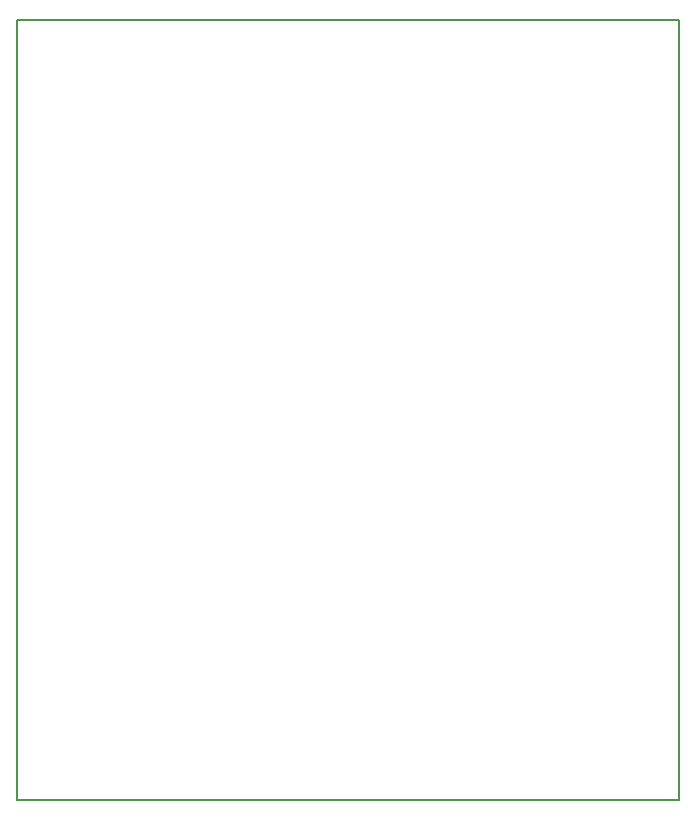
<source format=gbr>
G04 #@! TF.GenerationSoftware,KiCad,Pcbnew,5.1.4+dfsg1-1~bpo9+1*
G04 #@! TF.CreationDate,2019-11-28T12:10:45+01:00*
G04 #@! TF.ProjectId,zglue-demo-board,7a676c75-652d-4646-956d-6f2d626f6172,rev?*
G04 #@! TF.SameCoordinates,Original*
G04 #@! TF.FileFunction,Profile,NP*
%FSLAX46Y46*%
G04 Gerber Fmt 4.6, Leading zero omitted, Abs format (unit mm)*
G04 Created by KiCad (PCBNEW 5.1.4+dfsg1-1~bpo9+1) date 2019-11-28 12:10:45*
%MOMM*%
%LPD*%
G04 APERTURE LIST*
%ADD10C,0.150000*%
G04 APERTURE END LIST*
D10*
X27800000Y-96250000D02*
X83800000Y-96250000D01*
X83800000Y-96250000D02*
X83800000Y-30250000D01*
X27800000Y-30250000D02*
X27800000Y-96250000D01*
X27800000Y-30250000D02*
X83800000Y-30250000D01*
M02*

</source>
